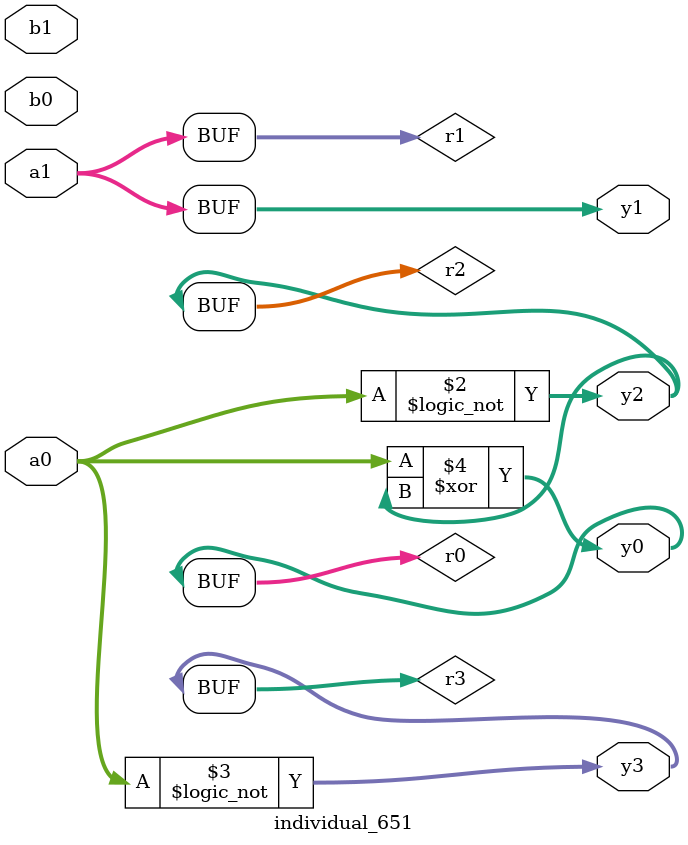
<source format=sv>
module individual_651(input logic [15:0] a1, input logic [15:0] a0, input logic [15:0] b1, input logic [15:0] b0, output logic [15:0] y3, output logic [15:0] y2, output logic [15:0] y1, output logic [15:0] y0);
logic [15:0] r0, r1, r2, r3; 
 always@(*) begin 
	 r0 = a0; r1 = a1; r2 = b0; r3 = b1; 
 	 r2 = ! a0 ;
 	 r3 = ! r0 ;
 	 r0  ^=  r2 ;
 	 y3 = r3; y2 = r2; y1 = r1; y0 = r0; 
end
endmodule
</source>
